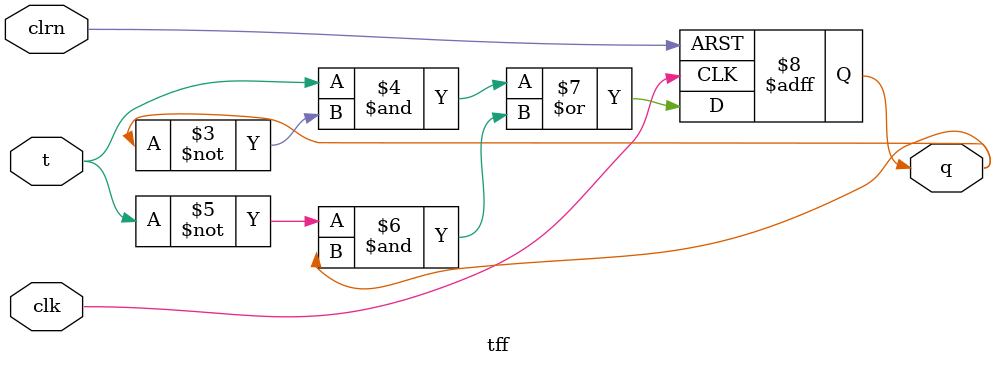
<source format=v>
/************************************************
  The Verilog HDL code example is from the book
  Computer Principles and Design in Verilog HDL
  by Yamin Li, published by A JOHN WILEY & SONS
************************************************/
module tff (t,clk,clrn,q);                  // tff with asynchronous reset
    input      t, clk, clrn;                // inputs t, clock, reset
    output reg q;                           // output q, register type
    always @ (posedge clk or negedge clrn) begin // always block, "or"
        if (!clrn) q <= 0;                  // if clrn is active, reset tff
        else       q <= t & ~q | ~t & q;    // else update tff
    end
endmodule

</source>
